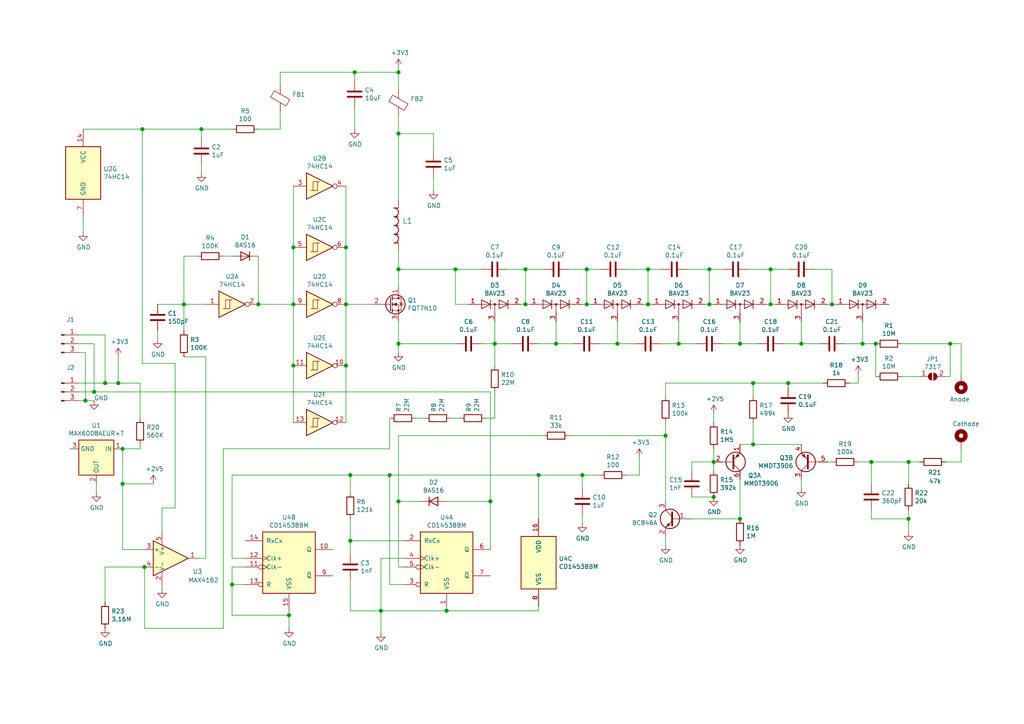
<source format=kicad_sch>
(kicad_sch (version 20201015) (generator eeschema)
  (paper "A4")
  (title_block (title "SafePulse") (date "2021-01-17") (rev "2.01") (company "SafeCast") (comment 1 "Double Sided Version"))
  (junction (at 24.765 116.205) (diameter 1.016))
  (junction (at 27.305 113.665) (diameter 1.016))
  (junction (at 30.48 111.125) (diameter 1.016))
  (junction (at 34.29 111.125) (diameter 1.016))
  (junction (at 35.56 130.175) (diameter 1.016))
  (junction (at 35.56 140.335) (diameter 1.016))
  (junction (at 41.275 37.465) (diameter 1.016))
  (junction (at 41.91 164.465) (diameter 1.016))
  (junction (at 53.34 88.265) (diameter 1.016))
  (junction (at 58.42 37.465) (diameter 1.016))
  (junction (at 67.31 169.545) (diameter 1.016))
  (junction (at 74.93 88.265) (diameter 1.016))
  (junction (at 83.82 178.435) (diameter 1.016))
  (junction (at 85.09 71.755) (diameter 1.016))
  (junction (at 85.09 88.265) (diameter 1.016))
  (junction (at 85.09 106.045) (diameter 1.016))
  (junction (at 100.33 71.755) (diameter 1.016))
  (junction (at 100.33 88.265) (diameter 1.016))
  (junction (at 100.33 106.045) (diameter 1.016))
  (junction (at 101.6 137.795) (diameter 1.016))
  (junction (at 101.6 156.845) (diameter 1.016))
  (junction (at 102.87 20.955) (diameter 1.016))
  (junction (at 110.49 177.165) (diameter 1.016))
  (junction (at 113.03 137.795) (diameter 1.016))
  (junction (at 115.57 20.955) (diameter 1.016))
  (junction (at 115.57 38.735) (diameter 1.016))
  (junction (at 115.57 78.105) (diameter 1.016))
  (junction (at 115.57 99.695) (diameter 1.016))
  (junction (at 115.57 145.415) (diameter 1.016))
  (junction (at 129.54 177.165) (diameter 1.016))
  (junction (at 132.08 78.105) (diameter 1.016))
  (junction (at 142.24 145.415) (diameter 1.016))
  (junction (at 143.51 99.695) (diameter 1.016))
  (junction (at 152.4 78.105) (diameter 1.016))
  (junction (at 152.4 88.265) (diameter 1.016))
  (junction (at 156.21 137.795) (diameter 1.016))
  (junction (at 161.29 99.695) (diameter 1.016))
  (junction (at 168.91 137.795) (diameter 1.016))
  (junction (at 170.18 78.105) (diameter 1.016))
  (junction (at 170.18 88.265) (diameter 1.016))
  (junction (at 179.07 99.695) (diameter 1.016))
  (junction (at 187.96 78.105) (diameter 1.016))
  (junction (at 187.96 88.265) (diameter 1.016))
  (junction (at 193.04 126.365) (diameter 1.016))
  (junction (at 196.85 99.695) (diameter 1.016))
  (junction (at 205.74 78.105) (diameter 1.016))
  (junction (at 205.74 88.265) (diameter 1.016))
  (junction (at 207.01 133.985) (diameter 1.016))
  (junction (at 207.01 144.145) (diameter 1.016))
  (junction (at 214.63 99.695) (diameter 1.016))
  (junction (at 214.63 150.495) (diameter 1.016))
  (junction (at 218.44 111.125) (diameter 1.016))
  (junction (at 218.44 128.905) (diameter 1.016))
  (junction (at 223.52 78.105) (diameter 1.016))
  (junction (at 223.52 88.265) (diameter 1.016))
  (junction (at 228.6 111.125) (diameter 1.016))
  (junction (at 232.41 99.695) (diameter 1.016))
  (junction (at 241.3 88.265) (diameter 1.016))
  (junction (at 250.19 99.695) (diameter 1.016))
  (junction (at 252.73 133.985) (diameter 1.016))
  (junction (at 254 99.695) (diameter 1.016))
  (junction (at 263.525 133.985) (diameter 1.016))
  (junction (at 263.525 150.495) (diameter 1.016))
  (junction (at 275.59 99.695) (diameter 1.016))
  (wire (pts (xy 22.86 97.155) (xy 30.48 97.155)))
  (wire (pts (xy 22.86 99.695) (xy 27.305 99.695)))
  (wire (pts (xy 22.86 102.235) (xy 24.765 102.235)))
  (wire (pts (xy 22.86 111.125) (xy 30.48 111.125)))
  (wire (pts (xy 22.86 113.665) (xy 27.305 113.665)))
  (wire (pts (xy 22.86 116.205) (xy 24.765 116.205)))
  (wire (pts (xy 24.13 37.465) (xy 41.275 37.465)))
  (wire (pts (xy 24.13 62.865) (xy 24.13 67.31)))
  (wire (pts (xy 24.765 102.235) (xy 24.765 116.205)))
  (wire (pts (xy 24.765 116.205) (xy 27.305 116.205)))
  (wire (pts (xy 27.305 99.695) (xy 27.305 113.665)))
  (wire (pts (xy 27.305 113.665) (xy 142.24 113.665)))
  (wire (pts (xy 27.94 142.875) (xy 27.94 140.335)))
  (wire (pts (xy 30.48 97.155) (xy 30.48 111.125)))
  (wire (pts (xy 30.48 111.125) (xy 34.29 111.125)))
  (wire (pts (xy 30.48 164.465) (xy 30.48 174.625)))
  (wire (pts (xy 34.29 103.505) (xy 34.29 111.125)))
  (wire (pts (xy 34.29 111.125) (xy 40.64 111.125)))
  (wire (pts (xy 35.56 130.175) (xy 35.56 140.335)))
  (wire (pts (xy 35.56 140.335) (xy 35.56 159.385)))
  (wire (pts (xy 40.64 111.125) (xy 40.64 121.285)))
  (wire (pts (xy 40.64 128.905) (xy 40.64 130.175)))
  (wire (pts (xy 40.64 130.175) (xy 35.56 130.175)))
  (wire (pts (xy 41.275 37.465) (xy 58.42 37.465)))
  (wire (pts (xy 41.275 105.41) (xy 41.275 37.465)))
  (wire (pts (xy 41.91 159.385) (xy 35.56 159.385)))
  (wire (pts (xy 41.91 164.465) (xy 30.48 164.465)))
  (wire (pts (xy 41.91 182.245) (xy 41.91 164.465)))
  (wire (pts (xy 44.45 140.335) (xy 35.56 140.335)))
  (wire (pts (xy 45.72 88.265) (xy 53.34 88.265)))
  (wire (pts (xy 45.72 95.885) (xy 45.72 98.425)))
  (wire (pts (xy 46.99 147.32) (xy 50.8 147.32)))
  (wire (pts (xy 46.99 154.305) (xy 46.99 147.32)))
  (wire (pts (xy 46.99 170.815) (xy 46.99 169.545)))
  (wire (pts (xy 50.8 105.41) (xy 41.275 105.41)))
  (wire (pts (xy 50.8 147.32) (xy 50.8 105.41)))
  (wire (pts (xy 53.34 74.295) (xy 53.34 88.265)))
  (wire (pts (xy 53.34 74.295) (xy 57.15 74.295)))
  (wire (pts (xy 53.34 88.265) (xy 53.34 95.885)))
  (wire (pts (xy 53.34 88.265) (xy 59.69 88.265)))
  (wire (pts (xy 57.15 161.925) (xy 59.69 161.925)))
  (wire (pts (xy 58.42 40.005) (xy 58.42 37.465)))
  (wire (pts (xy 58.42 50.165) (xy 58.42 47.625)))
  (wire (pts (xy 59.69 103.505) (xy 53.34 103.505)))
  (wire (pts (xy 59.69 161.925) (xy 59.69 103.505)))
  (wire (pts (xy 64.77 74.295) (xy 67.31 74.295)))
  (wire (pts (xy 64.77 130.175) (xy 64.77 182.245)))
  (wire (pts (xy 64.77 130.175) (xy 113.03 130.175)))
  (wire (pts (xy 64.77 182.245) (xy 41.91 182.245)))
  (wire (pts (xy 67.31 37.465) (xy 58.42 37.465)))
  (wire (pts (xy 67.31 137.795) (xy 67.31 161.925)))
  (wire (pts (xy 67.31 161.925) (xy 71.12 161.925)))
  (wire (pts (xy 67.31 164.465) (xy 67.31 169.545)))
  (wire (pts (xy 67.31 169.545) (xy 67.31 178.435)))
  (wire (pts (xy 67.31 178.435) (xy 83.82 178.435)))
  (wire (pts (xy 71.12 164.465) (xy 67.31 164.465)))
  (wire (pts (xy 71.12 169.545) (xy 67.31 169.545)))
  (wire (pts (xy 74.93 37.465) (xy 81.28 37.465)))
  (wire (pts (xy 74.93 74.295) (xy 74.93 88.265)))
  (wire (pts (xy 74.93 88.265) (xy 85.09 88.265)))
  (wire (pts (xy 81.28 20.955) (xy 102.87 20.955)))
  (wire (pts (xy 81.28 24.765) (xy 81.28 20.955)))
  (wire (pts (xy 81.28 37.465) (xy 81.28 32.385)))
  (wire (pts (xy 83.82 178.435) (xy 83.82 177.165)))
  (wire (pts (xy 83.82 182.245) (xy 83.82 178.435)))
  (wire (pts (xy 85.09 53.975) (xy 85.09 71.755)))
  (wire (pts (xy 85.09 71.755) (xy 85.09 88.265)))
  (wire (pts (xy 85.09 88.265) (xy 85.09 106.045)))
  (wire (pts (xy 85.09 106.045) (xy 85.09 122.555)))
  (wire (pts (xy 100.33 53.975) (xy 100.33 71.755)))
  (wire (pts (xy 100.33 71.755) (xy 100.33 88.265)))
  (wire (pts (xy 100.33 88.265) (xy 100.33 106.045)))
  (wire (pts (xy 100.33 88.265) (xy 107.95 88.265)))
  (wire (pts (xy 100.33 106.045) (xy 100.33 122.555)))
  (wire (pts (xy 101.6 137.795) (xy 67.31 137.795)))
  (wire (pts (xy 101.6 142.875) (xy 101.6 137.795)))
  (wire (pts (xy 101.6 150.495) (xy 101.6 156.845)))
  (wire (pts (xy 101.6 156.845) (xy 101.6 160.655)))
  (wire (pts (xy 101.6 168.275) (xy 101.6 177.165)))
  (wire (pts (xy 101.6 177.165) (xy 110.49 177.165)))
  (wire (pts (xy 102.87 20.955) (xy 115.57 20.955)))
  (wire (pts (xy 102.87 23.495) (xy 102.87 20.955)))
  (wire (pts (xy 102.87 31.115) (xy 102.87 37.465)))
  (wire (pts (xy 110.49 161.925) (xy 110.49 177.165)))
  (wire (pts (xy 110.49 177.165) (xy 110.49 183.515)))
  (wire (pts (xy 110.49 177.165) (xy 129.54 177.165)))
  (wire (pts (xy 113.03 130.175) (xy 113.03 121.285)))
  (wire (pts (xy 113.03 137.795) (xy 101.6 137.795)))
  (wire (pts (xy 113.03 137.795) (xy 156.21 137.795)))
  (wire (pts (xy 113.03 169.545) (xy 113.03 137.795)))
  (wire (pts (xy 115.57 20.955) (xy 115.57 19.685)))
  (wire (pts (xy 115.57 26.035) (xy 115.57 20.955)))
  (wire (pts (xy 115.57 33.655) (xy 115.57 38.735)))
  (wire (pts (xy 115.57 38.735) (xy 115.57 57.785)))
  (wire (pts (xy 115.57 73.025) (xy 115.57 78.105)))
  (wire (pts (xy 115.57 78.105) (xy 132.08 78.105)))
  (wire (pts (xy 115.57 83.185) (xy 115.57 78.105)))
  (wire (pts (xy 115.57 93.345) (xy 115.57 99.695)))
  (wire (pts (xy 115.57 99.695) (xy 132.08 99.695)))
  (wire (pts (xy 115.57 102.235) (xy 115.57 99.695)))
  (wire (pts (xy 115.57 126.365) (xy 157.48 126.365)))
  (wire (pts (xy 115.57 145.415) (xy 115.57 126.365)))
  (wire (pts (xy 115.57 145.415) (xy 121.92 145.415)))
  (wire (pts (xy 115.57 164.465) (xy 115.57 145.415)))
  (wire (pts (xy 116.84 156.845) (xy 101.6 156.845)))
  (wire (pts (xy 116.84 161.925) (xy 110.49 161.925)))
  (wire (pts (xy 116.84 164.465) (xy 115.57 164.465)))
  (wire (pts (xy 116.84 169.545) (xy 113.03 169.545)))
  (wire (pts (xy 120.65 121.285) (xy 123.19 121.285)))
  (wire (pts (xy 125.73 38.735) (xy 115.57 38.735)))
  (wire (pts (xy 125.73 43.815) (xy 125.73 38.735)))
  (wire (pts (xy 125.73 55.245) (xy 125.73 51.435)))
  (wire (pts (xy 129.54 145.415) (xy 142.24 145.415)))
  (wire (pts (xy 129.54 177.165) (xy 156.21 177.165)))
  (wire (pts (xy 130.81 121.285) (xy 133.35 121.285)))
  (wire (pts (xy 132.08 78.105) (xy 132.08 88.265)))
  (wire (pts (xy 135.89 88.265) (xy 132.08 88.265)))
  (wire (pts (xy 139.7 78.105) (xy 132.08 78.105)))
  (wire (pts (xy 139.7 99.695) (xy 143.51 99.695)))
  (wire (pts (xy 140.97 121.285) (xy 143.51 121.285)))
  (wire (pts (xy 142.24 113.665) (xy 142.24 145.415)))
  (wire (pts (xy 142.24 145.415) (xy 142.24 159.385)))
  (wire (pts (xy 143.51 93.345) (xy 143.51 99.695)))
  (wire (pts (xy 143.51 99.695) (xy 148.59 99.695)))
  (wire (pts (xy 143.51 106.045) (xy 143.51 99.695)))
  (wire (pts (xy 143.51 113.665) (xy 143.51 121.285)))
  (wire (pts (xy 151.13 88.265) (xy 152.4 88.265)))
  (wire (pts (xy 152.4 78.105) (xy 147.32 78.105)))
  (wire (pts (xy 152.4 88.265) (xy 152.4 78.105)))
  (wire (pts (xy 152.4 88.265) (xy 153.67 88.265)))
  (wire (pts (xy 156.21 99.695) (xy 161.29 99.695)))
  (wire (pts (xy 156.21 137.795) (xy 168.91 137.795)))
  (wire (pts (xy 156.21 150.495) (xy 156.21 137.795)))
  (wire (pts (xy 156.21 177.165) (xy 156.21 175.895)))
  (wire (pts (xy 157.48 78.105) (xy 152.4 78.105)))
  (wire (pts (xy 161.29 93.345) (xy 161.29 99.695)))
  (wire (pts (xy 161.29 99.695) (xy 166.37 99.695)))
  (wire (pts (xy 165.1 78.105) (xy 170.18 78.105)))
  (wire (pts (xy 165.1 126.365) (xy 193.04 126.365)))
  (wire (pts (xy 168.91 88.265) (xy 170.18 88.265)))
  (wire (pts (xy 168.91 137.795) (xy 173.99 137.795)))
  (wire (pts (xy 168.91 141.605) (xy 168.91 137.795)))
  (wire (pts (xy 168.91 149.225) (xy 168.91 151.765)))
  (wire (pts (xy 170.18 78.105) (xy 173.99 78.105)))
  (wire (pts (xy 170.18 88.265) (xy 170.18 78.105)))
  (wire (pts (xy 170.18 88.265) (xy 171.45 88.265)))
  (wire (pts (xy 173.99 99.695) (xy 179.07 99.695)))
  (wire (pts (xy 179.07 93.345) (xy 179.07 99.695)))
  (wire (pts (xy 179.07 99.695) (xy 184.15 99.695)))
  (wire (pts (xy 181.61 78.105) (xy 187.96 78.105)))
  (wire (pts (xy 181.61 137.795) (xy 185.42 137.795)))
  (wire (pts (xy 185.42 137.795) (xy 185.42 132.715)))
  (wire (pts (xy 186.69 88.265) (xy 187.96 88.265)))
  (wire (pts (xy 187.96 78.105) (xy 191.77 78.105)))
  (wire (pts (xy 187.96 88.265) (xy 187.96 78.105)))
  (wire (pts (xy 187.96 88.265) (xy 189.23 88.265)))
  (wire (pts (xy 191.77 99.695) (xy 196.85 99.695)))
  (wire (pts (xy 193.04 111.125) (xy 193.04 114.935)))
  (wire (pts (xy 193.04 111.125) (xy 218.44 111.125)))
  (wire (pts (xy 193.04 122.555) (xy 193.04 126.365)))
  (wire (pts (xy 193.04 126.365) (xy 193.04 145.415)))
  (wire (pts (xy 193.04 158.115) (xy 193.04 155.575)))
  (wire (pts (xy 196.85 93.345) (xy 196.85 99.695)))
  (wire (pts (xy 196.85 99.695) (xy 201.93 99.695)))
  (wire (pts (xy 199.39 78.105) (xy 205.74 78.105)))
  (wire (pts (xy 200.66 133.985) (xy 207.01 133.985)))
  (wire (pts (xy 200.66 136.525) (xy 200.66 133.985)))
  (wire (pts (xy 200.66 144.145) (xy 207.01 144.145)))
  (wire (pts (xy 200.66 150.495) (xy 214.63 150.495)))
  (wire (pts (xy 204.47 88.265) (xy 205.74 88.265)))
  (wire (pts (xy 205.74 78.105) (xy 209.55 78.105)))
  (wire (pts (xy 205.74 88.265) (xy 205.74 78.105)))
  (wire (pts (xy 205.74 88.265) (xy 207.01 88.265)))
  (wire (pts (xy 207.01 120.015) (xy 207.01 122.555)))
  (wire (pts (xy 207.01 130.175) (xy 207.01 133.985)))
  (wire (pts (xy 207.01 133.985) (xy 207.01 136.525)))
  (wire (pts (xy 209.55 99.695) (xy 214.63 99.695)))
  (wire (pts (xy 214.63 93.345) (xy 214.63 99.695)))
  (wire (pts (xy 214.63 99.695) (xy 219.71 99.695)))
  (wire (pts (xy 214.63 128.905) (xy 218.44 128.905)))
  (wire (pts (xy 214.63 139.065) (xy 214.63 150.495)))
  (wire (pts (xy 217.17 78.105) (xy 223.52 78.105)))
  (wire (pts (xy 218.44 111.125) (xy 218.44 114.935)))
  (wire (pts (xy 218.44 111.125) (xy 228.6 111.125)))
  (wire (pts (xy 218.44 122.555) (xy 218.44 128.905)))
  (wire (pts (xy 218.44 128.905) (xy 232.41 128.905)))
  (wire (pts (xy 222.25 88.265) (xy 223.52 88.265)))
  (wire (pts (xy 223.52 78.105) (xy 228.6 78.105)))
  (wire (pts (xy 223.52 88.265) (xy 223.52 78.105)))
  (wire (pts (xy 223.52 88.265) (xy 224.79 88.265)))
  (wire (pts (xy 227.33 99.695) (xy 232.41 99.695)))
  (wire (pts (xy 228.6 111.125) (xy 228.6 112.395)))
  (wire (pts (xy 228.6 111.125) (xy 238.76 111.125)))
  (wire (pts (xy 232.41 93.345) (xy 232.41 99.695)))
  (wire (pts (xy 232.41 99.695) (xy 237.49 99.695)))
  (wire (pts (xy 232.41 141.605) (xy 232.41 139.065)))
  (wire (pts (xy 236.22 78.105) (xy 241.3 78.105)))
  (wire (pts (xy 240.03 88.265) (xy 241.3 88.265)))
  (wire (pts (xy 240.03 133.985) (xy 241.3 133.985)))
  (wire (pts (xy 241.3 78.105) (xy 241.3 88.265)))
  (wire (pts (xy 241.3 88.265) (xy 242.57 88.265)))
  (wire (pts (xy 245.11 99.695) (xy 250.19 99.695)))
  (wire (pts (xy 246.38 111.125) (xy 248.92 111.125)))
  (wire (pts (xy 248.92 111.125) (xy 248.92 108.585)))
  (wire (pts (xy 248.92 133.985) (xy 252.73 133.985)))
  (wire (pts (xy 250.19 93.345) (xy 250.19 99.695)))
  (wire (pts (xy 250.19 99.695) (xy 254 99.695)))
  (wire (pts (xy 252.73 133.985) (xy 252.73 140.335)))
  (wire (pts (xy 252.73 133.985) (xy 263.525 133.985)))
  (wire (pts (xy 252.73 147.955) (xy 252.73 150.495)))
  (wire (pts (xy 252.73 150.495) (xy 263.525 150.495)))
  (wire (pts (xy 254 109.22) (xy 254 99.695)))
  (wire (pts (xy 261.62 99.695) (xy 275.59 99.695)))
  (wire (pts (xy 261.62 109.22) (xy 266.7 109.22)))
  (wire (pts (xy 263.525 133.985) (xy 263.525 140.335)))
  (wire (pts (xy 263.525 133.985) (xy 266.7 133.985)))
  (wire (pts (xy 263.525 147.955) (xy 263.525 150.495)))
  (wire (pts (xy 263.525 150.495) (xy 263.525 154.305)))
  (wire (pts (xy 274.32 109.22) (xy 275.59 109.22)))
  (wire (pts (xy 274.32 133.985) (xy 278.765 133.985)))
  (wire (pts (xy 275.59 99.695) (xy 278.765 99.695)))
  (wire (pts (xy 275.59 109.22) (xy 275.59 99.695)))
  (wire (pts (xy 278.765 99.695) (xy 278.765 108.585)))
  (wire (pts (xy 278.765 133.985) (xy 278.765 130.175)))
  (symbol (lib_id "power:+3.3V") (at 34.29 103.505 0) (unit 1)
    (property "Reference" "#PWR04" (effects hide))
    (property "Value" "+3.3V" (at 34.671 99.1108 0))
  )
  (symbol (lib_id "power:+2V5") (at 44.45 140.335 0) (unit 1)
    (property "Reference" "#PWR08" (effects hide))
    (property "Value" "+2V5" (at 44.8183 136.0106 0))
  )
  (symbol (lib_id "power:+3.3V") (at 115.57 19.685 0) (unit 1)
    (property "Reference" "#PWR013" (effects hide))
    (property "Value" "+3.3V" (at 115.951 15.2908 0))
  )
  (symbol (lib_id "power:+3.3V") (at 185.42 132.715 0) (unit 1)
    (property "Reference" "#PWR017" (effects hide))
    (property "Value" "+3.3V" (at 185.801 128.3208 0))
  )
  (symbol (lib_id "power:+2V5") (at 207.01 120.015 0) (unit 1)
    (property "Reference" "#PWR019" (effects hide))
    (property "Value" "+2V5" (at 207.3783 115.6906 0))
  )
  (symbol (lib_id "power:+3V3") (at 248.92 108.585 0) (unit 1)
    (property "Reference" "#PWR024" (effects hide))
    (property "Value" "+3V3" (at 249.2883 104.2606 0))
  )
  (symbol (lib_id "power:GND") (at 24.13 67.31 0) (unit 1)
    (property "Reference" "#PWR03" (effects hide))
    (property "Value" "GND" (at 24.257 71.7042 0))
  )
  (symbol (lib_id "power:GND") (at 27.305 116.205 0) (unit 1)
    (property "Reference" "#PWR05" (effects hide))
    (property "Value" "GND" (at 29.3243 115.4494 0))
  )
  (symbol (lib_id "power:GND") (at 27.94 142.875 0) (unit 1)
    (property "Reference" "#PWR01" (effects hide))
    (property "Value" "GND" (at 28.067 147.2692 0))
  )
  (symbol (lib_id "power:GND") (at 30.48 182.245 0) (unit 1)
    (property "Reference" "#PWR02" (effects hide))
    (property "Value" "GND" (at 30.607 186.6392 0))
  )
  (symbol (lib_id "power:GND") (at 45.72 98.425 0) (unit 1)
    (property "Reference" "#PWR06" (effects hide))
    (property "Value" "GND" (at 45.847 102.8192 0))
  )
  (symbol (lib_id "power:GND") (at 46.99 170.815 0) (unit 1)
    (property "Reference" "#PWR07" (effects hide))
    (property "Value" "GND" (at 47.117 175.2092 0))
  )
  (symbol (lib_id "power:GND") (at 58.42 50.165 0) (unit 1)
    (property "Reference" "#PWR09" (effects hide))
    (property "Value" "GND" (at 58.547 54.5592 0))
  )
  (symbol (lib_id "power:GND") (at 83.82 182.245 0) (unit 1)
    (property "Reference" "#PWR010" (effects hide))
    (property "Value" "GND" (at 83.947 186.6392 0))
  )
  (symbol (lib_id "power:GND") (at 102.87 37.465 0) (unit 1)
    (property "Reference" "#PWR011" (effects hide))
    (property "Value" "GND" (at 102.997 41.8592 0))
  )
  (symbol (lib_id "power:GND") (at 110.49 183.515 0) (unit 1)
    (property "Reference" "#PWR012" (effects hide))
    (property "Value" "GND" (at 110.617 187.9092 0))
  )
  (symbol (lib_id "power:GND") (at 115.57 102.235 0) (unit 1)
    (property "Reference" "#PWR014" (effects hide))
    (property "Value" "GND" (at 115.697 106.6292 0))
  )
  (symbol (lib_id "power:GND") (at 125.73 55.245 0) (unit 1)
    (property "Reference" "#PWR015" (effects hide))
    (property "Value" "GND" (at 125.857 59.6392 0))
  )
  (symbol (lib_id "power:GND") (at 168.91 151.765 0) (unit 1)
    (property "Reference" "#PWR016" (effects hide))
    (property "Value" "GND" (at 169.037 156.1592 0))
  )
  (symbol (lib_id "power:GND") (at 193.04 158.115 0) (unit 1)
    (property "Reference" "#PWR018" (effects hide))
    (property "Value" "GND" (at 193.167 162.5092 0))
  )
  (symbol (lib_id "power:GND") (at 207.01 144.145 0) (unit 1)
    (property "Reference" "#PWR020" (effects hide))
    (property "Value" "GND" (at 207.1243 148.4694 0))
  )
  (symbol (lib_id "power:GND") (at 214.63 158.115 0) (unit 1)
    (property "Reference" "#PWR021" (effects hide))
    (property "Value" "GND" (at 214.7443 162.4394 0))
  )
  (symbol (lib_id "power:GND") (at 228.6 120.015 0) (unit 1)
    (property "Reference" "#PWR022" (effects hide))
    (property "Value" "GND" (at 228.7143 124.3394 0))
  )
  (symbol (lib_id "power:GND") (at 232.41 141.605 0) (unit 1)
    (property "Reference" "#PWR023" (effects hide))
    (property "Value" "GND" (at 232.537 145.9992 0))
  )
  (symbol (lib_id "power:GND") (at 263.525 154.305 0) (unit 1)
    (property "Reference" "#PWR025" (effects hide))
    (property "Value" "GND" (at 263.6393 158.6294 0))
  )
  (symbol (lib_id "Device:R") (at 30.48 178.435 0) (unit 1)
    (property "Reference" "R23" (at 32.258 177.267 0) (effects (justify left)))
    (property "Value" "3.16M" (at 32.258 179.578 0) (effects (justify left)))
    (property "Footprint" "Resistor_SMD:R_0805_2012Metric" (effects hide))
    (property "Datasheet" "https://www.digikey.com/en/products/detail/yageo/RC0805FR-073M16L/727809" (effects hide))
  )
  (symbol (lib_id "Device:R") (at 40.64 125.095 0) (unit 1)
    (property "Reference" "R20" (at 42.418 123.927 0) (effects (justify left)))
    (property "Value" "560K" (at 42.418 126.238 0) (effects (justify left)))
    (property "Footprint" "Resistor_SMD:R_0805_2012Metric" (effects hide))
    (property "Datasheet" "https://www.digikey.com/en/products/detail/yageo/RT0805FRE07560KL/1079317" (effects hide))
  )
  (symbol (lib_id "Device:R") (at 53.34 99.695 0) (unit 1)
    (property "Reference" "R3" (at 55.118 98.5266 0) (effects (justify left)))
    (property "Value" "100K" (at 55.118 100.838 0) (effects (justify left)))
    (property "Footprint" "Resistor_SMD:R_0805_2012Metric" (effects hide))
    (property "Datasheet" "https://www.digikey.com/en/products/detail/stackpole-electronics-inc/RMCF0805FT100K/1760712" (effects hide))
  )
  (symbol (lib_id "Device:R") (at 60.96 74.295 90) (unit 1)
    (property "Reference" "R4" (at 60.96 69.0372 90))
    (property "Value" "100K" (at 60.96 71.3486 90))
    (property "Footprint" "Resistor_SMD:R_0805_2012Metric" (effects hide))
    (property "Datasheet" "https://www.digikey.com/en/products/detail/stackpole-electronics-inc/RMCF0805FT100K/1760712" (effects hide))
  )
  (symbol (lib_id "Device:R") (at 71.12 37.465 90) (unit 1)
    (property "Reference" "R5" (at 71.12 32.2072 90))
    (property "Value" "100" (at 71.12 34.519 90))
    (property "Footprint" "Resistor_SMD:R_0805_2012Metric" (effects hide))
    (property "Datasheet" "https://www.digikey.com/en/products/detail/te-connectivity-passive-product/CRG0805F100R/2380830" (effects hide))
  )
  (symbol (lib_id "Device:R") (at 101.6 146.685 0) (unit 1)
    (property "Reference" "R6" (at 103.378 145.5166 0) (effects (justify left)))
    (property "Value" "121k" (at 103.378 147.828 0) (effects (justify left)))
    (property "Footprint" "Resistor_SMD:R_0805_2012Metric" (effects hide))
    (property "Datasheet" "https://www.digikey.com/en/products/detail/koa-speer-electronics-inc/RK73H2ATTD1213F/10235721" (effects hide))
  )
  (symbol (lib_id "Device:R") (at 116.84 121.285 90) (unit 1)
    (property "Reference" "R7" (at 115.6716 119.507 0) (effects (justify left)))
    (property "Value" "22M" (at 117.983 119.507 0) (effects (justify left)))
    (property "Footprint" "Resistor_SMD:R_0805_2012Metric" (effects hide))
    (property "Datasheet" "https://www.digikey.com/en/products/detail/stackpole-electronics-inc/RMCF0805FT22M0/6053747" (effects hide))
  )
  (symbol (lib_id "Device:R") (at 127 121.285 90) (unit 1)
    (property "Reference" "R8" (at 125.8316 119.507 0) (effects (justify left)))
    (property "Value" "22M" (at 128.143 119.507 0) (effects (justify left)))
    (property "Footprint" "Resistor_SMD:R_0805_2012Metric" (effects hide))
    (property "Datasheet" "https://www.digikey.com/en/products/detail/stackpole-electronics-inc/RMCF0805FT22M0/6053747" (effects hide))
  )
  (symbol (lib_id "Device:R") (at 137.16 121.285 90) (unit 1)
    (property "Reference" "R9" (at 135.9916 119.507 0) (effects (justify left)))
    (property "Value" "22M" (at 138.303 119.507 0) (effects (justify left)))
    (property "Footprint" "Resistor_SMD:R_0805_2012Metric" (effects hide))
    (property "Datasheet" "https://www.digikey.com/en/products/detail/stackpole-electronics-inc/RMCF0805FT22M0/6053747" (effects hide))
  )
  (symbol (lib_id "Device:R") (at 143.51 109.855 0) (unit 1)
    (property "Reference" "R10" (at 145.288 108.6866 0) (effects (justify left)))
    (property "Value" "22M" (at 145.288 110.998 0) (effects (justify left)))
    (property "Footprint" "Resistor_SMD:R_0805_2012Metric" (effects hide))
    (property "Datasheet" "https://www.digikey.com/en/products/detail/stackpole-electronics-inc/RMCF0805FT22M0/6053747" (effects hide))
  )
  (symbol (lib_id "Device:R") (at 161.29 126.365 90) (unit 1)
    (property "Reference" "R11" (at 161.29 121.1072 90))
    (property "Value" "33k" (at 161.29 123.4186 90))
    (property "Footprint" "Resistor_SMD:R_0805_2012Metric" (effects hide))
    (property "Datasheet" "https://www.digikey.com/en/products/detail/te-connectivity-passive-product/CRGCQ0805F33K/8576369" (effects hide))
  )
  (symbol (lib_id "Device:R") (at 177.8 137.795 270) (unit 1)
    (property "Reference" "R12" (at 177.8 132.5372 90))
    (property "Value" "100" (at 177.8 134.8486 90))
    (property "Footprint" "Resistor_SMD:R_0805_2012Metric" (effects hide))
    (property "Datasheet" "https://www.digikey.com/en/products/detail/te-connectivity-passive-product/CRG0805F100R/2380830" (effects hide))
  )
  (symbol (lib_id "Device:R") (at 193.04 118.745 0) (unit 1)
    (property "Reference" "R13" (at 194.8181 117.5956 0) (effects (justify left)))
    (property "Value" "100k" (at 194.818 119.894 0) (effects (justify left)))
    (property "Footprint" "Resistor_SMD:R_0805_2012Metric" (effects hide))
    (property "Datasheet" "https://www.digikey.com/en/products/detail/stackpole-electronics-inc/RMCF0805FT100K/1760712" (effects hide))
  )
  (symbol (lib_id "Device:R") (at 207.01 126.365 0) (unit 1)
    (property "Reference" "R14" (at 208.7881 125.2156 0) (effects (justify left)))
    (property "Value" "1M5" (at 208.788 127.514 0) (effects (justify left)))
    (property "Footprint" "Resistor_SMD:R_0805_2012Metric" (effects hide))
    (property "Datasheet" "https://www.digikey.com/en/products/detail/vishay-dale/CRCW08051M50FKEA/1176034" (effects hide))
  )
  (symbol (lib_id "Device:R") (at 207.01 140.335 0) (unit 1)
    (property "Reference" "R15" (at 208.7881 139.1856 0) (effects (justify left)))
    (property "Value" "392k" (at 208.788 141.484 0) (effects (justify left)))
    (property "Footprint" "Resistor_SMD:R_0805_2012Metric" (effects hide))
    (property "Datasheet" "https://www.digikey.com/en/products/detail/yageo/RC0805FR-07392KL/727905" (effects hide))
  )
  (symbol (lib_id "Device:R") (at 214.63 154.305 0) (unit 1)
    (property "Reference" "R16" (at 216.4081 153.1556 0) (effects (justify left)))
    (property "Value" "1M" (at 216.408 155.454 0) (effects (justify left)))
    (property "Footprint" "Resistor_SMD:R_0805_2012Metric" (effects hide))
    (property "Datasheet" "https://www.digikey.com/en/products/detail/yageo/RT0805FRE071ML/1079056" (effects hide))
  )
  (symbol (lib_id "Device:R") (at 218.44 118.745 0) (unit 1)
    (property "Reference" "R17" (at 220.2181 117.5956 0) (effects (justify left)))
    (property "Value" "499k" (at 220.218 119.894 0) (effects (justify left)))
    (property "Footprint" "Resistor_SMD:R_0805_2012Metric" (effects hide))
    (property "Datasheet" "https://www.digikey.com/en/products/detail/stackpole-electronics-inc/RMCF0805FT499K/1760301" (effects hide))
  )
  (symbol (lib_id "Device:R") (at 242.57 111.125 90) (unit 1)
    (property "Reference" "R18" (at 242.57 105.8988 90))
    (property "Value" "1k" (at 242.57 108.197 90))
    (property "Footprint" "Resistor_SMD:R_0805_2012Metric" (effects hide))
    (property "Datasheet" "https://www.digikey.com/en/products/detail/yageo/RT0805FRE071KL/1079055" (effects hide))
  )
  (symbol (lib_id "Device:R") (at 245.11 133.985 90) (unit 1)
    (property "Reference" "R19" (at 245.11 128.7588 90))
    (property "Value" "100k" (at 245.11 131.058 90))
    (property "Footprint" "Resistor_SMD:R_0805_2012Metric" (effects hide))
    (property "Datasheet" "https://www.digikey.com/en/products/detail/stackpole-electronics-inc/RMCF0805FT100K/1760712" (effects hide))
  )
  (symbol (lib_id "Device:R") (at 257.81 99.695 90) (unit 1)
    (property "Reference" "R1" (at 257.81 94.437 90))
    (property "Value" "10M" (at 257.81 96.749 90))
    (property "Footprint" "Resistor_SMD:R_1206_3216Metric" (effects hide))
    (property "Datasheet" "https://www.digikey.com/en/products/detail/yageo/RC1206FR-0710ML/728484" (effects hide))
  )
  (symbol (lib_id "Device:R") (at 257.81 109.22 90) (unit 1)
    (property "Reference" "R2" (at 257.81 103.962 90))
    (property "Value" "10M" (at 257.81 106.274 90))
    (property "Footprint" "Resistor_SMD:R_1206_3216Metric" (effects hide))
    (property "Datasheet" "https://www.digikey.com/en/products/detail/yageo/RC1206FR-0710ML/728484" (effects hide))
  )
  (symbol (lib_id "Device:R") (at 263.525 144.145 0) (unit 1)
    (property "Reference" "R22" (at 265.3031 142.9956 0) (effects (justify left)))
    (property "Value" "20k" (at 265.303 145.294 0) (effects (justify left)))
    (property "Footprint" "Resistor_SMD:R_0805_2012Metric" (effects hide))
    (property "Datasheet" "https://www.digikey.com/en/products/detail/panasonic-electronic-components/ERJ-6ENF2002V/111532" (effects hide))
  )
  (symbol (lib_id "Device:R") (at 270.51 133.985 270) (unit 1)
    (property "Reference" "R21" (at 269.1194 137.0331 90) (effects (justify left)))
    (property "Value" "47k" (at 269.361 139.573 90) (effects (justify left)))
    (property "Footprint" "Resistor_SMD:R_0805_2012Metric" (effects hide))
    (property "Datasheet" "https://www.digikey.com/en/products/detail/yageo/RC0805FR-0747KL/727973" (effects hide))
  )
  (symbol (lib_id "Jumper:SolderJumper_2_Open") (at 270.51 109.22 0) (unit 1)
    (property "Reference" "JP1" (at 270.51 104.1208 0))
    (property "Value" "7317" (at 270.51 106.42 0))
    (property "Footprint" "Jumper:SolderJumper-2_P1.3mm_Open_RoundedPad1.0x1.5mm" (effects hide))
  )
  (symbol (lib_id "Mechanical:MountingHole_Pad") (at 278.765 111.125 180) (unit 1)
    (property "Reference" "H2" (effects hide))
    (property "Value" "Anode" (at 281.305 115.818 0) (effects (justify left)))
    (property "Footprint" "TestPoint:TestPoint_Loop_D3.80mm_Drill2.0mm" (effects hide))
  )
  (symbol (lib_id "Mechanical:MountingHole_Pad") (at 278.765 127.635 0) (unit 1)
    (property "Reference" "H1" (effects hide))
    (property "Value" "Cathode" (at 276.225 122.942 0) (effects (justify left)))
    (property "Footprint" "TestPoint:TestPoint_Loop_D3.80mm_Drill2.0mm" (effects hide))
  )
  (symbol (lib_id "Diode:1N4148W") (at 71.12 74.295 180) (unit 1)
    (property "Reference" "D1" (at 71.12 68.7832 0))
    (property "Value" "BAS16" (at 71.12 71.095 0))
    (property "Footprint" "Diode_SMD:D_SOT-23_ANK" (effects hide))
    (property "Datasheet" "https://www.vishay.com/docs/85748/1n4148w.pdf" (effects hide))
  )
  (symbol (lib_id "Diode:1N4148W") (at 125.73 145.415 0) (unit 1)
    (property "Reference" "D2" (at 125.73 139.9032 0))
    (property "Value" "BAS16" (at 125.73 142.2146 0))
    (property "Footprint" "Diode_SMD:D_SOT-23_ANK" (effects hide))
    (property "Datasheet" "https://www.vishay.com/docs/85748/1n4148w.pdf" (effects hide))
  )
  (symbol (lib_id "2021-01-06_02-33-04:NRS6020T2R2NMGJ") (at 115.57 73.025 90) (unit 1)
    (property "Reference" "L1" (at 116.6876 64.0588 90) (effects (font (size 1.524 1.524)) (justify right)))
    (property "Value" "NRS6020T2R2NMGJ" (effects hide))
    (property "Footprint" "Inductor_SMD:L_Taiyo-Yuden_MD-4040" (effects hide))
    (property "Datasheet" "https://www.digikey.com/en/products/detail/taiyo-yuden/NRS6020T2R2NMGJ/2665967" (effects hide))
  )
  (symbol (lib_id "Device:C") (at 45.72 92.075 0) (unit 1)
    (property "Reference" "C1" (at 48.641 90.9066 0) (effects (justify left)))
    (property "Value" "150pF" (at 48.641 93.218 0) (effects (justify left)))
    (property "Footprint" "Capacitor_SMD:C_0805_2012Metric" (effects hide))
    (property "Datasheet" "https://www.digikey.com/en/products/detail/w%C3%BCrth-elektronik/885012207111/9346002" (effects hide))
  )
  (symbol (lib_id "Device:C") (at 58.42 43.815 0) (unit 1)
    (property "Reference" "C2" (at 61.341 42.6466 0) (effects (justify left)))
    (property "Value" "1uF" (at 61.341 44.958 0) (effects (justify left)))
    (property "Footprint" "Capacitor_SMD:C_0805_2012Metric" (effects hide))
    (property "Datasheet" "https://www.digikey.com/en/products/detail/samsung-electro-mechanics/CL21B105KOFNNNG/3894469" (effects hide))
  )
  (symbol (lib_id "Device:C") (at 101.6 164.465 0) (unit 1)
    (property "Reference" "C3" (at 104.521 163.2966 0) (effects (justify left)))
    (property "Value" "1nF" (at 104.521 165.608 0) (effects (justify left)))
    (property "Footprint" "Capacitor_SMD:C_0805_2012Metric" (effects hide))
    (property "Datasheet" "https://www.digikey.com/en/products/detail/tdk-corporation/C1005X7R1H102K050BA/513719" (effects hide))
  )
  (symbol (lib_id "Device:C") (at 102.87 27.305 0) (unit 1)
    (property "Reference" "C4" (at 105.791 26.1366 0) (effects (justify left)))
    (property "Value" "10uF" (at 105.791 28.448 0) (effects (justify left)))
    (property "Footprint" "Capacitor_SMD:C_1210_3225Metric" (effects hide))
    (property "Datasheet" "https://www.digikey.com/en/products/detail/taiyo-yuden/EMK325BJ106KN-T/930729" (effects hide))
  )
  (symbol (lib_id "Device:C") (at 125.73 47.625 0) (unit 1)
    (property "Reference" "C5" (at 128.651 46.4566 0) (effects (justify left)))
    (property "Value" "1uF" (at 128.651 48.768 0) (effects (justify left)))
    (property "Footprint" "Capacitor_SMD:C_0805_2012Metric" (effects hide))
    (property "Datasheet" "https://www.digikey.com/en/products/detail/samsung-electro-mechanics/CL21B105KOFNNNG/3894469" (effects hide))
  )
  (symbol (lib_id "Device:C") (at 135.89 99.695 90) (unit 1)
    (property "Reference" "C6" (at 135.89 93.2942 90))
    (property "Value" "0.1uF" (at 135.89 95.6056 90))
    (property "Footprint" "Capacitor_SMD:C_0805_2012Metric" (effects hide))
    (property "Datasheet" "https://www.digikey.com/en/products/detail/tdk-corporation/C2012X7T2E104K125AA/2733184" (effects hide))
  )
  (symbol (lib_id "Device:C") (at 143.51 78.105 90) (unit 1)
    (property "Reference" "C7" (at 143.51 71.7042 90))
    (property "Value" "0.1uF" (at 143.51 74.0156 90))
    (property "Footprint" "Capacitor_SMD:C_0805_2012Metric" (effects hide))
    (property "Datasheet" "https://www.digikey.com/en/products/detail/tdk-corporation/C2012X7T2E104K125AA/2733184" (effects hide))
  )
  (symbol (lib_id "Device:C") (at 152.4 99.695 90) (unit 1)
    (property "Reference" "C8" (at 152.4 93.2942 90))
    (property "Value" "0.1uF" (at 152.4 95.6056 90))
    (property "Footprint" "Capacitor_SMD:C_0805_2012Metric" (effects hide))
    (property "Datasheet" "https://www.digikey.com/en/products/detail/tdk-corporation/C2012X7T2E104K125AA/2733184" (effects hide))
  )
  (symbol (lib_id "Device:C") (at 161.29 78.105 90) (unit 1)
    (property "Reference" "C9" (at 161.29 71.7042 90))
    (property "Value" "0.1uF" (at 161.29 74.0156 90))
    (property "Footprint" "Capacitor_SMD:C_0805_2012Metric" (effects hide))
    (property "Datasheet" "https://www.digikey.com/en/products/detail/tdk-corporation/C2012X7T2E104K125AA/2733184" (effects hide))
  )
  (symbol (lib_id "Device:C") (at 168.91 145.415 0) (unit 1)
    (property "Reference" "C10" (at 171.831 144.2466 0) (effects (justify left)))
    (property "Value" "1uF" (at 171.831 146.558 0) (effects (justify left)))
    (property "Footprint" "Capacitor_SMD:C_0805_2012Metric" (effects hide))
    (property "Datasheet" "https://www.digikey.com/en/products/detail/samsung-electro-mechanics/CL21B105KOFNNNG/3894469" (effects hide))
  )
  (symbol (lib_id "Device:C") (at 170.18 99.695 90) (unit 1)
    (property "Reference" "C11" (at 170.18 93.2942 90))
    (property "Value" "0.1uF" (at 170.18 95.6056 90))
    (property "Footprint" "Capacitor_SMD:C_0805_2012Metric" (effects hide))
    (property "Datasheet" "https://www.digikey.com/en/products/detail/tdk-corporation/C2012X7T2E104K125AA/2733184" (effects hide))
  )
  (symbol (lib_id "Device:C") (at 177.8 78.105 90) (unit 1)
    (property "Reference" "C12" (at 177.8 71.7042 90))
    (property "Value" "0.1uF" (at 177.8 74.0156 90))
    (property "Footprint" "Capacitor_SMD:C_0805_2012Metric" (effects hide))
    (property "Datasheet" "https://www.digikey.com/en/products/detail/tdk-corporation/C2012X7T2E104K125AA/2733184" (effects hide))
  )
  (symbol (lib_id "Device:C") (at 187.96 99.695 90) (unit 1)
    (property "Reference" "C13" (at 187.96 93.2942 90))
    (property "Value" "0.1uF" (at 187.96 95.6056 90))
    (property "Footprint" "Capacitor_SMD:C_0805_2012Metric" (effects hide))
    (property "Datasheet" "https://www.digikey.com/en/products/detail/tdk-corporation/C2012X7T2E104K125AA/2733184" (effects hide))
  )
  (symbol (lib_id "Device:C") (at 195.58 78.105 90) (unit 1)
    (property "Reference" "C14" (at 195.58 71.7042 90))
    (property "Value" "0.1uF" (at 195.58 74.0156 90))
    (property "Footprint" "Capacitor_SMD:C_0805_2012Metric" (effects hide))
    (property "Datasheet" "https://www.digikey.com/en/products/detail/tdk-corporation/C2012X7T2E104K125AA/2733184" (effects hide))
  )
  (symbol (lib_id "Device:C") (at 200.66 140.335 0) (unit 1)
    (property "Reference" "C15" (at 194.0561 139.1856 0) (effects (justify left)))
    (property "Value" "1nF" (at 194.056 141.484 0) (effects (justify left)))
    (property "Footprint" "Capacitor_SMD:C_0805_2012Metric" (effects hide))
    (property "Datasheet" "https://www.digikey.com/en/products/detail/tdk-corporation/C1005X7R1H102K050BA/513719" (effects hide))
  )
  (symbol (lib_id "Device:C") (at 205.74 99.695 90) (unit 1)
    (property "Reference" "C16" (at 205.74 93.2942 90))
    (property "Value" "0.1uF" (at 205.74 95.6056 90))
    (property "Footprint" "Capacitor_SMD:C_0805_2012Metric" (effects hide))
    (property "Datasheet" "https://www.digikey.com/en/products/detail/tdk-corporation/C2012X7T2E104K125AA/2733184" (effects hide))
  )
  (symbol (lib_id "Device:C") (at 213.36 78.105 90) (unit 1)
    (property "Reference" "C17" (at 213.36 71.7042 90))
    (property "Value" "0.1uF" (at 213.36 74.0156 90))
    (property "Footprint" "Capacitor_SMD:C_0805_2012Metric" (effects hide))
    (property "Datasheet" "https://www.digikey.com/en/products/detail/tdk-corporation/C2012X7T2E104K125AA/2733184" (effects hide))
  )
  (symbol (lib_id "Device:C") (at 223.52 99.695 90) (unit 1)
    (property "Reference" "C18" (at 223.52 93.2942 90))
    (property "Value" "0.1uF" (at 223.52 95.6056 90))
    (property "Footprint" "Capacitor_SMD:C_0805_2012Metric" (effects hide))
    (property "Datasheet" "https://www.digikey.com/en/products/detail/tdk-corporation/C2012X7T2E104K125AA/2733184" (effects hide))
  )
  (symbol (lib_id "Device:C") (at 228.6 116.205 0) (unit 1)
    (property "Reference" "C19" (at 231.5211 115.0556 0) (effects (justify left)))
    (property "Value" "0.1uF" (at 231.521 117.354 0) (effects (justify left)))
    (property "Footprint" "Capacitor_SMD:C_0805_2012Metric" (effects hide))
    (property "Datasheet" "https://www.digikey.com/en/products/detail/tdk-corporation/C2012X7T2E104K125AA/2733184" (effects hide))
  )
  (symbol (lib_id "Device:C") (at 232.41 78.105 90) (unit 1)
    (property "Reference" "C20" (at 232.41 71.7042 90))
    (property "Value" "0.1uF" (at 232.41 74.0156 90))
    (property "Footprint" "Capacitor_SMD:C_0805_2012Metric" (effects hide))
    (property "Datasheet" "https://www.digikey.com/en/products/detail/tdk-corporation/C2012X7T2E104K125AA/2733184" (effects hide))
  )
  (symbol (lib_id "Device:C") (at 241.3 99.695 90) (unit 1)
    (property "Reference" "C21" (at 241.3 93.2942 90))
    (property "Value" "0.1uF" (at 241.3 95.6056 90))
    (property "Footprint" "Capacitor_SMD:C_0805_2012Metric" (effects hide))
    (property "Datasheet" "https://www.digikey.com/en/products/detail/tdk-corporation/C2012X7T2E104K125AA/2733184" (effects hide))
  )
  (symbol (lib_id "Device:C") (at 252.73 144.145 0) (unit 1)
    (property "Reference" "C22" (at 255.6511 142.9956 0) (effects (justify left)))
    (property "Value" "360pF" (at 255.651 145.294 0) (effects (justify left)))
    (property "Footprint" "Capacitor_SMD:C_0805_2012Metric" (effects hide))
    (property "Datasheet" "https://www.digikey.com/en/products/detail/tdk-corporation/C1005X7R1H102K050BA/513719" (effects hide))
  )
  (symbol (lib_id "Connector:Conn_01x03_Male") (at 17.78 99.695 0) (unit 1)
    (property "Reference" "J1" (at 20.472 92.691 0))
    (property "Value" "Conn_01x03_Male" (effects hide))
    (property "Footprint" "Connector_PinHeader_2.54mm:PinHeader_1x03_P2.54mm_Vertical" (effects hide))
  )
  (symbol (lib_id "Connector:Conn_01x03_Male") (at 17.78 113.665 0) (unit 1)
    (property "Reference" "J2" (at 20.472 106.661 0))
    (property "Value" "Conn_01x03_Male" (effects hide))
    (property "Footprint" "Connector_PinHeader_2.54mm:PinHeader_1x03_P2.54mm_Vertical" (effects hide))
  )
  (symbol (lib_id "Device:Ferrite_Bead") (at 81.28 28.575 0) (unit 1)
    (property "Reference" "FB1" (at 84.7598 27.4066 0) (effects (justify left)))
    (property "Value" "BKP2125HS221-T" (effects hide))
    (property "Footprint" "Resistor_SMD:R_0805_2012Metric" (effects hide))
    (property "Datasheet" "https://www.digikey.com/en/products/detail/taiyo-yuden/BKP2125HS221-T/957823" (effects hide))
  )
  (symbol (lib_id "Device:Ferrite_Bead") (at 115.57 29.845 0) (unit 1)
    (property "Reference" "FB2" (at 119.0498 28.6766 0) (effects (justify left)))
    (property "Value" "BKP2125HS221-T" (effects hide))
    (property "Footprint" "Resistor_SMD:R_0805_2012Metric" (effects hide))
    (property "Datasheet" "https://www.digikey.com/en/products/detail/taiyo-yuden/BKP2125HS221-T/957823" (effects hide))
  )
  (symbol (lib_id "Transistor_BJT:BC846") (at 195.58 150.495 0) (mirror y) (unit 1)
    (property "Reference" "Q2" (at 190.7286 149.3266 0) (effects (justify left)))
    (property "Value" "BC846A" (at 190.7286 151.638 0) (effects (justify left)))
    (property "Footprint" "Package_TO_SOT_SMD:SOT-23" (effects hide))
    (property "Datasheet" "https://www.digikey.com/en/products/detail/diodes-incorporated/BC846A-7-F/1934446" (effects hide))
  )
  (symbol (lib_id "Transistor_BJT:MMDT3906") (at 212.09 133.985 0) (mirror x) (unit 1)
    (property "Reference" "Q3" (at 216.9414 137.8966 0) (effects (justify left)))
    (property "Value" "MMDT3906" (at 215.6714 140.208 0) (effects (justify left)))
    (property "Footprint" "Package_TO_SOT_SMD:SOT-363_SC-70-6" (effects hide))
    (property "Datasheet" "https://www.digikey.com/en/products/detail/diodes-incorporated/MMDT3906-7-F/814540" (effects hide))
  )
  (symbol (lib_id "Transistor_BJT:MMDT3906") (at 234.95 133.985 180) (unit 2)
    (property "Reference" "Q3" (at 230.0986 132.8166 0) (effects (justify left)))
    (property "Value" "MMDT3906" (at 230.0986 135.128 0) (effects (justify left)))
    (property "Footprint" "Package_TO_SOT_SMD:SOT-363_SC-70-6" (effects hide))
    (property "Datasheet" "https://www.digikey.com/en/products/detail/diodes-incorporated/MMDT3906-7-F/814540" (effects hide))
  )
  (symbol (lib_id "Diode:BAV99") (at 143.51 88.265 0) (unit 1)
    (property "Reference" "D3" (at 143.51 82.7786 0))
    (property "Value" "BAV23" (at 143.51 85.09 0))
    (property "Footprint" "Package_TO_SOT_SMD:SOT-23" (effects hide))
    (property "Datasheet" "https://www.digikey.com/en/products/detail/tdk-corporation/C2012X7T2E104K125AA/2733184" (effects hide))
  )
  (symbol (lib_id "Diode:BAV99") (at 161.29 88.265 0) (unit 1)
    (property "Reference" "D4" (at 161.29 82.7786 0))
    (property "Value" "BAV23" (at 161.29 85.09 0))
    (property "Footprint" "Package_TO_SOT_SMD:SOT-23" (effects hide))
    (property "Datasheet" "https://www.digikey.com/en/products/detail/tdk-corporation/C2012X7T2E104K125AA/2733184" (effects hide))
  )
  (symbol (lib_id "Diode:BAV99") (at 179.07 88.265 0) (unit 1)
    (property "Reference" "D5" (at 179.07 82.7786 0))
    (property "Value" "BAV23" (at 179.07 85.09 0))
    (property "Footprint" "Package_TO_SOT_SMD:SOT-23" (effects hide))
    (property "Datasheet" "https://www.digikey.com/en/products/detail/tdk-corporation/C2012X7T2E104K125AA/2733184" (effects hide))
  )
  (symbol (lib_id "Diode:BAV99") (at 196.85 88.265 0) (unit 1)
    (property "Reference" "D6" (at 196.85 82.7786 0))
    (property "Value" "BAV23" (at 196.85 85.09 0))
    (property "Footprint" "Package_TO_SOT_SMD:SOT-23" (effects hide))
    (property "Datasheet" "https://www.digikey.com/en/products/detail/tdk-corporation/C2012X7T2E104K125AA/2733184" (effects hide))
  )
  (symbol (lib_id "Diode:BAV99") (at 214.63 88.265 0) (unit 1)
    (property "Reference" "D7" (at 214.63 82.7786 0))
    (property "Value" "BAV23" (at 214.63 85.09 0))
    (property "Footprint" "Package_TO_SOT_SMD:SOT-23" (effects hide))
    (property "Datasheet" "https://www.digikey.com/en/products/detail/tdk-corporation/C2012X7T2E104K125AA/2733184" (effects hide))
  )
  (symbol (lib_id "Diode:BAV99") (at 232.41 88.265 0) (unit 1)
    (property "Reference" "D8" (at 232.41 82.7786 0))
    (property "Value" "BAV23" (at 232.41 85.09 0))
    (property "Footprint" "Package_TO_SOT_SMD:SOT-23" (effects hide))
    (property "Datasheet" "https://www.digikey.com/en/products/detail/tdk-corporation/C2012X7T2E104K125AA/2733184" (effects hide))
  )
  (symbol (lib_id "Diode:BAV99") (at 250.19 88.265 0) (unit 1)
    (property "Reference" "D9" (at 250.19 82.7786 0))
    (property "Value" "BAV23" (at 250.19 85.09 0))
    (property "Footprint" "Package_TO_SOT_SMD:SOT-23" (effects hide))
    (property "Datasheet" "https://www.digikey.com/en/products/detail/tdk-corporation/C2012X7T2E104K125AA/2733184" (effects hide))
  )
  (symbol (lib_id "Transistor_FET:IRF6655") (at 113.03 88.265 0) (unit 1)
    (property "Reference" "Q1" (at 118.237 87.116 0) (effects (justify left)))
    (property "Value" "FQT7N10" (at 118.237 89.414 0) (effects (justify left)))
    (property "Footprint" "Package_TO_SOT_SMD:SOT-223-3_TabPin2" (effects hide))
    (property "Datasheet" "https://www.digikey.com/en/products/detail/on-semiconductor/FQT7N10LTF/965354" (effects hide))
  )
  (symbol (lib_id "74xx:74HC14") (at 67.31 88.265 0) (unit 1)
    (property "Reference" "U2" (at 67.31 80.2132 0))
    (property "Value" "74HC14" (at 67.31 82.5246 0))
    (property "Footprint" "Package_SO:SOIC-14_3.9x8.7mm_P1.27mm" (effects hide))
    (property "Datasheet" "https://www.digikey.com/en/products/detail/texas-instruments/CD74HC14M96/390309" (effects hide))
  )
  (symbol (lib_id "74xx:74HC14") (at 92.71 53.975 0) (unit 2)
    (property "Reference" "U2" (at 92.71 45.9232 0))
    (property "Value" "74HC14" (at 92.71 48.2346 0))
    (property "Footprint" "Package_SO:SOIC-14_3.9x8.7mm_P1.27mm" (effects hide))
    (property "Datasheet" "https://www.digikey.com/en/products/detail/texas-instruments/CD74HC14M96/390309" (effects hide))
  )
  (symbol (lib_id "74xx:74HC14") (at 92.71 71.755 0) (unit 3)
    (property "Reference" "U2" (at 92.71 63.7032 0))
    (property "Value" "74HC14" (at 92.71 66.0146 0))
    (property "Footprint" "Package_SO:SOIC-14_3.9x8.7mm_P1.27mm" (effects hide))
    (property "Datasheet" "https://www.digikey.com/en/products/detail/texas-instruments/CD74HC14M96/390309" (effects hide))
  )
  (symbol (lib_id "74xx:74HC14") (at 92.71 88.265 0) (unit 4)
    (property "Reference" "U2" (at 92.71 80.2132 0))
    (property "Value" "74HC14" (at 92.71 82.5246 0))
    (property "Footprint" "Package_SO:SOIC-14_3.9x8.7mm_P1.27mm" (effects hide))
    (property "Datasheet" "https://www.digikey.com/en/products/detail/texas-instruments/CD74HC14M96/390309" (effects hide))
  )
  (symbol (lib_id "74xx:74HC14") (at 92.71 106.045 0) (unit 5)
    (property "Reference" "U2" (at 92.71 97.9932 0))
    (property "Value" "74HC14" (at 92.71 100.3046 0))
    (property "Footprint" "Package_SO:SOIC-14_3.9x8.7mm_P1.27mm" (effects hide))
    (property "Datasheet" "https://www.digikey.com/en/products/detail/texas-instruments/CD74HC14M96/390309" (effects hide))
  )
  (symbol (lib_id "74xx:74HC14") (at 92.71 122.555 0) (unit 6)
    (property "Reference" "U2" (at 92.71 114.5032 0))
    (property "Value" "74HC14" (at 92.71 116.8146 0))
    (property "Footprint" "Package_SO:SOIC-14_3.9x8.7mm_P1.27mm" (effects hide))
    (property "Datasheet" "https://www.digikey.com/en/products/detail/texas-instruments/CD74HC14M96/390309" (effects hide))
  )
  (symbol (lib_id "Reference_Voltage:MAX6035xxUR30") (at 27.94 132.715 270) (unit 1)
    (property "Reference" "U1" (at 27.94 123.3932 90))
    (property "Value" "MAX6008AEUR+T" (at 27.94 125.7046 90))
    (property "Footprint" "Package_TO_SOT_SMD:SOT-23" (effects hide))
    (property "Datasheet" "https://www.digikey.com/en/products/detail/maxim-integrated/MAX6008AEUR-T/1519060" (effects hide))
  )
  (symbol (lib_id "Amplifier_Operational:TLV2371DBV") (at 49.53 161.925 0) (unit 1)
    (property "Reference" "U3" (at 55.88 165.735 0) (effects (justify left)))
    (property "Value" "MAX4162" (at 54.61 168.275 0) (effects (justify left)))
    (property "Footprint" "Package_TO_SOT_SMD:SOT-23-5" (effects hide))
    (property "Datasheet" "http://www.ti.com/lit/ds/symlink/tlv2375.pdf" (effects hide))
  )
  (symbol (lib_id "74xx:74HC14") (at 24.13 50.165 0) (unit 7)
    (property "Reference" "U2" (at 29.972 48.9966 0) (effects (justify left)))
    (property "Value" "74HC14" (at 29.972 51.308 0) (effects (justify left)))
    (property "Footprint" "Package_SO:SOIC-14_3.9x8.7mm_P1.27mm" (effects hide))
    (property "Datasheet" "https://www.digikey.com/en/products/detail/texas-instruments/CD74HC14M96/390309" (effects hide))
  )
  (symbol (lib_id "4xxx:4538") (at 156.21 163.195 0) (unit 3)
    (property "Reference" "U4" (at 162.052 162.0266 0) (effects (justify left)))
    (property "Value" "CD14538BM" (at 162.052 164.338 0) (effects (justify left)))
    (property "Footprint" "Package_SO:SOIC-16_3.9x9.9mm_P1.27mm" (effects hide))
    (property "Datasheet" "https://assets.nexperia.com/documents/data-sheet/HEF4538B.pdf" (effects hide))
  )
  (symbol (lib_id "4xxx:4538") (at 83.82 161.925 0) (unit 2)
    (property "Reference" "U4" (at 83.82 150.0632 0))
    (property "Value" "CD14538BM" (at 83.82 152.3746 0))
    (property "Footprint" "Package_SO:SOIC-16_3.9x9.9mm_P1.27mm" (effects hide))
    (property "Datasheet" "https://assets.nexperia.com/documents/data-sheet/HEF4538B.pdf" (effects hide))
  )
  (symbol (lib_id "4xxx:4538") (at 129.54 161.925 0) (unit 1)
    (property "Reference" "U4" (at 129.54 150.0632 0))
    (property "Value" "CD14538BM" (at 129.54 152.3746 0))
    (property "Footprint" "Package_SO:SOIC-16_3.9x9.9mm_P1.27mm" (effects hide))
    (property "Datasheet" "https://assets.nexperia.com/documents/data-sheet/HEF4538B.pdf" (effects hide))
  )
)
</source>
